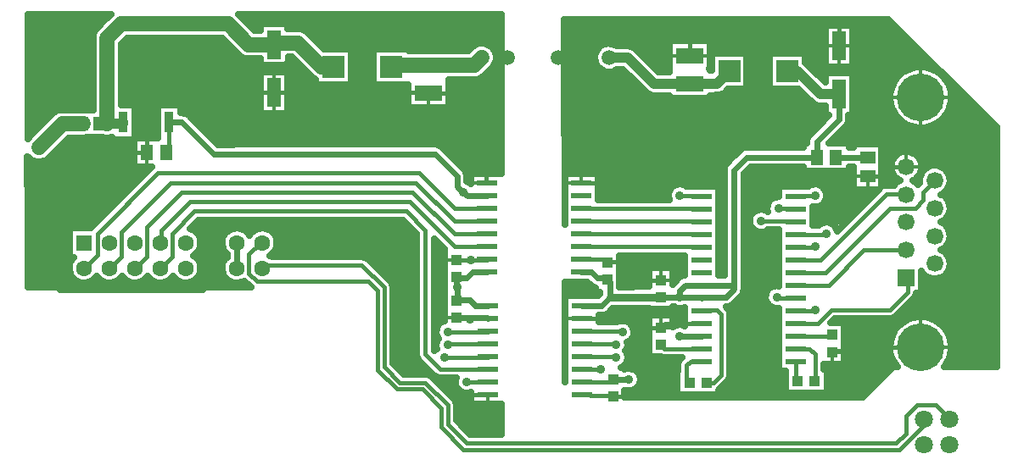
<source format=gtl>
G04 DipTrace 2.4.0.2*
%INDaughter-IsolatedRS2321.1.GTL*%
%MOMM*%
%ADD13C,0.4*%
%ADD14C,0.6*%
%ADD15C,1.0*%
%ADD16C,1.5*%
%ADD17C,0.8*%
%ADD18C,0.635*%
%ADD19C,0.33*%
%ADD20R,2.7X1.6*%
%ADD21R,1.4X2.85*%
%ADD22R,1.0X1.1*%
%ADD23R,1.3X1.5*%
%ADD24R,1.1X1.0*%
%ADD25R,1.69X1.69*%
%ADD26C,1.69*%
%ADD27C,4.76*%
%ADD28C,1.6*%
%ADD29R,1.6X1.6*%
%ADD30R,1.0X1.35*%
%ADD31R,2.2X2.2*%
%ADD32R,1.5X1.3*%
%ADD34R,0.95X2.15*%
%ADD35R,3.25X2.15*%
%ADD36R,2.0X0.6*%
%ADD37C,1.8*%
%ADD38C,0.914*%
%FSLAX53Y53*%
G04*
G71*
G90*
G75*
G01*
%LNTop*%
%LPD*%
X15083Y30960D2*
D13*
X15396D1*
Y33976D1*
X47200Y15670D2*
D14*
X45925D1*
X45403Y16192D1*
X44105D1*
X44059Y16146D1*
X44133D1*
Y17463D1*
X44059D1*
Y18527D1*
X47137Y19004D2*
X45674D1*
X45085Y18415D1*
X44171D1*
X44059Y18527D1*
X47137Y26624D2*
X45131D1*
X44768Y26988D1*
X44690D1*
X44133Y27545D1*
Y28583D1*
X41914Y30801D1*
X19846D1*
X16671Y33976D1*
X15396D1*
X47200Y8050D2*
D13*
X45085D1*
X13096Y33976D2*
Y39776D1*
X13183Y30960D2*
Y33976D1*
X13096D1*
X19600Y21930D2*
Y18012D1*
X18732Y17145D1*
X4445D1*
X2857Y18732D1*
Y28257D1*
X5560Y30960D1*
X13183D1*
X44059Y20227D2*
X45525D1*
X47090D1*
X47137Y20274D1*
X44059Y14446D2*
D14*
X45403D1*
X47154D1*
X47200Y14400D1*
Y6780D2*
D13*
X45197D1*
X45085Y6667D1*
X45403Y14287D2*
Y14446D1*
X46990Y29210D2*
Y28041D1*
X47137Y27894D1*
X49139Y40435D2*
X48260D1*
Y36892D1*
Y35242D1*
X47784Y34766D1*
X47625Y34607D1*
X46766D1*
Y29434D1*
X46990Y29210D1*
X13096Y39776D2*
X18250D1*
X18650D1*
X21433Y36993D1*
X25838D1*
X25879Y36952D1*
X41219D1*
X41279Y36892D1*
X48260D1*
X19050Y39370D2*
X18250Y39776D1*
X47625Y34290D2*
X47784Y34766D1*
X56537Y20274D2*
X58826D1*
X59140Y19960D1*
X56600Y6780D2*
X57355D1*
X57467Y6668D1*
X59803D1*
X59690Y6555D1*
X62547D1*
Y6509D1*
X84297D1*
X84455Y6667D1*
Y10795D1*
X84138Y11112D1*
X81653D1*
X81560Y11020D1*
X68540Y13900D2*
X64905D1*
X64453Y13447D1*
Y18210D2*
X63070D1*
X62075Y19205D1*
X61278Y20003D1*
X59183D1*
X59140Y19960D1*
X64453Y13447D2*
X62977D1*
X62547Y13018D1*
Y6555D1*
X90390Y11505D2*
X84530D1*
X84138Y11112D1*
X56600Y14400D2*
X58315D1*
X85099Y28583D2*
X86374D1*
X87331Y29540D1*
X88970D1*
X67317Y40644D2*
Y42391D1*
X67153Y42555D1*
X66682Y43026D1*
X66040D1*
X63500D1*
X60960D1*
X58420D1*
X57950D1*
X55410Y40486D1*
X54269D1*
X54219Y40435D1*
X82241Y41597D2*
Y43820D1*
X68417D1*
X67153Y42555D1*
X56537Y27894D2*
X59330D1*
X59538Y28102D1*
Y34294D1*
X56203Y37628D1*
Y41050D1*
X55410Y40486D1*
X58420Y43180D2*
Y43026D1*
X60960Y43180D2*
Y43026D1*
X63500Y43180D2*
Y43026D1*
X66040Y43180D2*
Y43026D1*
X8327Y33817D2*
D15*
X9208D1*
X10796D1*
Y33976D1*
X31753Y39533D2*
D16*
X30642D1*
X28260Y41914D1*
X26038D1*
X25879Y41756D1*
X23339D1*
X21275Y43820D1*
X10637D1*
X9208Y42391D1*
Y33817D1*
X59299Y40435D2*
D15*
X61176D1*
X63766Y37844D1*
X67317D1*
X70073D1*
X71286Y39057D1*
X81924Y30483D2*
D14*
X85099D1*
X41279Y39692D2*
D16*
X45856D1*
X46599Y40435D1*
X41279Y39692D2*
X37712D1*
X37553Y39533D1*
X77940Y16440D2*
D13*
X76121D1*
X76049Y16512D1*
X77940Y13900D2*
X80106D1*
X81447Y15242D1*
X87322D1*
X89068Y16988D1*
Y18362D1*
X88970Y18460D1*
X77940Y15170D2*
X79788D1*
X79860Y15242D1*
X77940Y20250D2*
X80423D1*
X87004Y26832D1*
X88908D1*
X88970Y26770D1*
X77940Y18980D2*
X80899D1*
X87322Y25403D1*
X89862D1*
X90656Y26197D1*
Y27001D1*
X91810Y28155D1*
X77940Y21520D2*
X79787D1*
X79860Y21592D1*
X77940Y17710D2*
X81210D1*
X84730Y21230D1*
X88970D1*
X77940Y22790D2*
X80899D1*
X80971Y22862D1*
X22140Y21930D2*
D14*
Y19390D1*
X4766Y33817D2*
D16*
X6827D1*
X4766D2*
X2382Y31436D1*
X90730Y4270D2*
D13*
Y3735D1*
X88265Y1270D1*
X44768D1*
X42545Y3492D1*
Y5398D1*
X40640Y7302D1*
X38100D1*
X36195Y9208D1*
Y17145D1*
X35241Y18099D1*
X24133D1*
X23339Y18893D1*
Y20798D1*
X24470Y21930D1*
X24680D1*
X93270Y4270D2*
Y4372D1*
X91926Y5715D1*
X90020D1*
X88909Y4604D1*
Y2867D1*
X87947Y1905D1*
X45085D1*
X43180Y3810D1*
Y5715D1*
X40958Y7938D1*
X38417D1*
X36830Y9525D1*
Y17463D1*
X34607Y19685D1*
X24385D1*
X24680Y19390D1*
X47200Y13130D2*
Y13018D1*
X43180D1*
X47137Y25354D2*
X43861D1*
X40322Y28893D1*
X14286D1*
X8256Y22862D1*
Y20746D1*
X6900Y19390D1*
X47200Y11860D2*
X43292D1*
X43180Y11748D1*
X47137Y24084D2*
X43861D1*
X40005Y27940D1*
X15556D1*
X10637Y23021D1*
Y20587D1*
X9440Y19390D1*
X47200Y10590D2*
Y10477D1*
X42863D1*
X47137Y22814D2*
X43861D1*
X39688Y26988D1*
X16668D1*
X13178Y23497D1*
Y20588D1*
X11980Y19390D1*
X47137Y21544D2*
X43861D1*
X39370Y26035D1*
X17462D1*
X14607Y23180D1*
Y21843D1*
X14520Y21930D1*
X47200Y9320D2*
X42432D1*
X40958Y10795D1*
Y23177D1*
X39053Y25082D1*
X17938D1*
X15718Y22862D1*
Y20588D1*
X14520Y19390D1*
X77940Y11360D2*
X79296D1*
X79860Y10796D1*
Y8097D1*
X79813D1*
X69017Y7938D2*
X69698D1*
X70492Y8732D1*
Y14765D1*
X70018Y15240D1*
X68610D1*
X68540Y15170D1*
X77940Y10090D2*
Y8270D1*
X78113Y8097D1*
X68540Y10090D2*
X67405D1*
X67000Y9685D1*
Y7938D1*
X67317D1*
X68540Y11360D2*
X64840D1*
X64453Y11748D1*
X77940Y12630D2*
X81470D1*
X81560Y12720D1*
X56537Y21544D2*
X68516D1*
X68540Y21520D1*
X56537Y22814D2*
X68516D1*
X68540Y22790D1*
X56537Y24084D2*
X68516D1*
X68540Y24060D1*
X56537Y25354D2*
X68516D1*
X68540Y25330D1*
X56600Y9320D2*
X58426D1*
X66358Y26670D2*
X68470D1*
X68540Y26600D1*
X56600Y10590D2*
X59895D1*
X60008Y10477D1*
X79857Y26670D2*
X77870D1*
X77940Y26600D1*
X56600Y11860D2*
X59895D1*
X60008Y11748D1*
X76208Y25400D2*
X77870D1*
X77940Y25330D1*
X56600Y13130D2*
X60530D1*
X60643Y13018D1*
X74462Y24133D2*
X77867D1*
X77940Y24060D1*
X56537Y19004D2*
D14*
X57514D1*
X58102Y18415D1*
X58985D1*
X59140Y18260D1*
X56600Y15670D2*
X58584D1*
X59373Y16459D1*
Y18027D1*
X59140Y18260D1*
X56600Y8050D2*
D13*
X59485D1*
X59690Y8255D1*
X68540Y12630D2*
D14*
X66358D1*
Y16510D2*
X68470D1*
X68540Y16440D1*
Y17710D2*
X66922D1*
X66358Y17145D1*
Y16510D1*
X64453D2*
X66358D1*
X64453D2*
D17*
X59373Y16459D1*
X59690Y8255D2*
D14*
X61278D1*
X77086Y39057D2*
D15*
X78113D1*
X80377Y36793D1*
X82241D1*
D14*
X81406D1*
X81289Y36675D1*
X82241D1*
Y34294D1*
X80018Y32071D1*
Y30488D1*
X80024Y30483D1*
X73033D1*
X71763Y29213D1*
Y17710D1*
Y17306D1*
X70969Y16512D1*
X68468D1*
X68540Y17710D2*
X71763D1*
D38*
X44133Y17463D3*
X44768Y26988D3*
X45085Y8050D3*
X44133Y17463D3*
X45085Y6667D3*
X45403Y14287D3*
X45525Y20227D3*
X46990Y29210D3*
D3*
X62075Y19205D3*
X58315Y14400D3*
X76049Y16512D3*
X79860Y15242D3*
Y21592D3*
X80971Y22862D3*
X4766Y33817D3*
D3*
X43180Y13018D3*
Y11748D3*
X42863Y10477D3*
X58426Y9320D3*
X66358Y26670D3*
X60008Y10477D3*
X79857Y26670D3*
X60008Y11748D3*
X76208Y25400D3*
X60643Y13018D3*
X74462Y24133D3*
X66358Y12630D3*
Y16510D3*
D3*
D3*
X61278Y8255D3*
X66358Y12630D3*
X2382Y31436D3*
X3652Y32706D3*
X19050Y40640D3*
Y39370D3*
Y38100D3*
Y36830D3*
Y35560D3*
Y34290D3*
X17780Y40640D3*
X16510D3*
X11430Y41910D3*
X12700D3*
X13970D3*
X15240D3*
X2540Y34290D3*
Y36830D3*
Y39370D3*
Y41910D3*
X4445Y21590D3*
Y24765D3*
Y27940D3*
X46990Y43815D3*
X44450D3*
X41910D3*
X39370D3*
X36830D3*
X34290D3*
X31750D3*
X29210D3*
X47625Y34290D3*
X45085D3*
X41910D3*
X38735D3*
X35560D3*
X32385D3*
X55880Y43180D3*
X58420D3*
X60960D3*
X63500D3*
X66040D3*
X68580D3*
X71120D3*
X73660D3*
X76200D3*
X78740D3*
X85090D3*
X87630D3*
X55880Y38100D3*
Y35560D3*
Y33020D3*
Y30480D3*
X72390Y7620D3*
X74930D3*
X83820D3*
X1334Y44136D2*
D18*
X8881D1*
X23038D2*
X48519D1*
X1334Y43504D2*
X8246D1*
X23663D2*
X24439D1*
X27314D2*
X48519D1*
X1334Y42872D2*
X7810D1*
X29378D2*
X48519D1*
X1334Y42241D2*
X7720D1*
X11131D2*
X20777D1*
X30013D2*
X48519D1*
X1334Y41609D2*
X7720D1*
X10695D2*
X21412D1*
X30638D2*
X45731D1*
X47465D2*
X48519D1*
X1334Y40977D2*
X7720D1*
X10695D2*
X22037D1*
X33585D2*
X35720D1*
X47981D2*
X48519D1*
X1334Y40346D2*
X7720D1*
X10695D2*
X23089D1*
X27314D2*
X27752D1*
X33585D2*
X35720D1*
X48080D2*
X48519D1*
X1334Y39714D2*
X7720D1*
X10695D2*
X24439D1*
X27314D2*
X28387D1*
X33585D2*
X35720D1*
X47892D2*
X48519D1*
X1334Y39082D2*
X7720D1*
X10695D2*
X29013D1*
X33585D2*
X35720D1*
X47326D2*
X48519D1*
X1334Y38451D2*
X7720D1*
X10695D2*
X24439D1*
X27314D2*
X29657D1*
X33585D2*
X35720D1*
X46612D2*
X48519D1*
X1334Y37819D2*
X7720D1*
X10695D2*
X24439D1*
X27314D2*
X29915D1*
X33585D2*
X35720D1*
X43368D2*
X48519D1*
X1334Y37187D2*
X7720D1*
X10695D2*
X24439D1*
X27314D2*
X39192D1*
X43368D2*
X48519D1*
X1334Y36556D2*
X7720D1*
X10695D2*
X24439D1*
X27314D2*
X39192D1*
X43368D2*
X48519D1*
X1334Y35924D2*
X7720D1*
X10695D2*
X24439D1*
X27314D2*
X39192D1*
X43368D2*
X48519D1*
X1334Y35292D2*
X7720D1*
X12004D2*
X14189D1*
X16608D2*
X24439D1*
X27314D2*
X48519D1*
X1334Y34661D2*
X3533D1*
X12004D2*
X14189D1*
X17422D2*
X48519D1*
X1334Y34029D2*
X2898D1*
X12034D2*
X14189D1*
X18057D2*
X48519D1*
X1334Y33397D2*
X2273D1*
X12004D2*
X14189D1*
X18692D2*
X48519D1*
X12004Y32766D2*
X14189D1*
X19317D2*
X48519D1*
X5158Y32134D2*
X11798D1*
X19952D2*
X48519D1*
X4523Y31502D2*
X11798D1*
X42653D2*
X48519D1*
X3888Y30871D2*
X11798D1*
X43288D2*
X48519D1*
X3214Y30239D2*
X11798D1*
X43913D2*
X48519D1*
X1334Y29607D2*
X11798D1*
X44548D2*
X48519D1*
X1334Y28976D2*
X13068D1*
X45084D2*
X48519D1*
X1334Y28344D2*
X12443D1*
X1334Y27712D2*
X11808D1*
X1334Y27081D2*
X11173D1*
X1334Y26449D2*
X10548D1*
X1334Y25817D2*
X9913D1*
X1334Y25186D2*
X9278D1*
X1334Y24554D2*
X8653D1*
X1334Y23922D2*
X8018D1*
X18077D2*
X38915D1*
X1334Y23291D2*
X5369D1*
X17690D2*
X21512D1*
X22770D2*
X24052D1*
X25310D2*
X39550D1*
X1334Y22659D2*
X5369D1*
X18404D2*
X20797D1*
X26024D2*
X40026D1*
X1334Y22027D2*
X5369D1*
X18593D2*
X20609D1*
X26213D2*
X40026D1*
X1334Y21396D2*
X5369D1*
X18493D2*
X20708D1*
X26113D2*
X40026D1*
X41889D2*
X42715D1*
X1334Y20764D2*
X5369D1*
X18027D2*
X21105D1*
X25647D2*
X40026D1*
X41889D2*
X42824D1*
X1334Y20132D2*
X5567D1*
X18394D2*
X20807D1*
X35460D2*
X40026D1*
X41889D2*
X42824D1*
X1334Y19501D2*
X5369D1*
X18593D2*
X20609D1*
X36085D2*
X40026D1*
X41889D2*
X42824D1*
X1334Y18869D2*
X5458D1*
X18503D2*
X20698D1*
X36720D2*
X40026D1*
X41889D2*
X42824D1*
X1334Y18237D2*
X5924D1*
X7877D2*
X8464D1*
X10417D2*
X11004D1*
X12957D2*
X13544D1*
X15497D2*
X16084D1*
X18037D2*
X21164D1*
X37355D2*
X40026D1*
X41889D2*
X42824D1*
X1334Y17606D2*
X23327D1*
X37752D2*
X40026D1*
X41889D2*
X42824D1*
X37762Y16974D2*
X40026D1*
X41889D2*
X42824D1*
X37762Y16342D2*
X40026D1*
X41889D2*
X42824D1*
X37762Y15711D2*
X40026D1*
X41889D2*
X42824D1*
X37762Y15079D2*
X40026D1*
X41889D2*
X42824D1*
X37762Y14447D2*
X40026D1*
X41889D2*
X42824D1*
X37762Y13816D2*
X40026D1*
X41889D2*
X42318D1*
X37762Y13184D2*
X40026D1*
X37762Y12552D2*
X40026D1*
X37762Y11921D2*
X40026D1*
X37762Y11289D2*
X40026D1*
X37762Y10657D2*
X40036D1*
X37762Y10026D2*
X40433D1*
X38258Y9394D2*
X41058D1*
X41304Y8762D2*
X41693D1*
X42058Y8131D2*
X43895D1*
X42693Y7499D2*
X44034D1*
X43328Y6867D2*
X45463D1*
X43943Y6236D2*
X45463D1*
X44112Y5604D2*
X48519D1*
X44112Y4972D2*
X48519D1*
X44112Y4341D2*
X48519D1*
X44578Y3709D2*
X48519D1*
X45213Y3077D2*
X48519D1*
X39326Y41165D2*
X43302D1*
Y41115D1*
X45258D1*
X45593Y41441D1*
X45840Y41639D1*
X46126Y41777D1*
X46434Y41848D1*
X46751Y41850D1*
X47060Y41781D1*
X47347Y41646D1*
X47596Y41450D1*
X47796Y41204D1*
X47937Y40920D1*
X48011Y40612D1*
X48015Y40295D1*
X47949Y39985D1*
X47816Y39698D1*
X47605Y39429D1*
X46862Y38686D1*
X46614Y38488D1*
X46329Y38350D1*
X46010Y38278D1*
X44903Y38269D1*
X43306D1*
X43302Y35419D1*
X39256D1*
Y37762D1*
X35780Y37760D1*
Y41306D1*
X39326D1*
Y41157D1*
X14078Y32383D2*
X14247D1*
X14248Y35724D1*
X16544D1*
Y34940D1*
X16671Y34949D1*
X16982Y34898D1*
X17268Y34742D1*
X17807Y34215D1*
X20256Y31766D1*
X23656Y31774D1*
X41914D1*
X42226Y31722D1*
X42512Y31566D1*
X43051Y31040D1*
X44820Y29271D1*
X45005Y29014D1*
X45097Y28701D1*
X45105Y28057D1*
X45430Y27903D1*
X45466Y27868D1*
X45464Y28867D1*
X48578D1*
X48577Y44767D1*
X22334D1*
X23930Y43177D1*
X24500Y43179D1*
X24506Y43854D1*
X27252D1*
Y43328D1*
X28260Y43337D1*
X28575Y43302D1*
X28875Y43198D1*
X29150Y43023D1*
X29940Y42247D1*
X30887Y41300D1*
X33526Y41306D1*
Y37760D1*
X29980D1*
Y38266D1*
X29636Y38527D1*
X27664Y40498D1*
X27258Y40492D1*
X27252Y39658D1*
X24506D1*
Y40342D1*
X23339Y40333D1*
X23024Y40368D1*
X22725Y40472D1*
X22449Y40647D1*
X21659Y41423D1*
X20684Y42398D1*
X11224Y42397D1*
X10626Y41796D1*
X10631Y37311D1*
Y35733D1*
X11944Y35724D1*
X11953Y34167D1*
X11969Y33817D1*
X11944Y33501D1*
Y32380D1*
X14210Y32383D1*
X13698Y29537D2*
X11860D1*
Y32230D1*
X9648Y32228D1*
Y32456D1*
X9221Y32394D1*
X8906Y32427D1*
X8784Y32468D1*
X7276Y32469D1*
X6852Y32395D1*
X5349Y32394D1*
X3387Y30429D1*
X3139Y30231D1*
X2854Y30094D1*
X2545Y30022D1*
X2228Y30021D1*
X1919Y30090D1*
X1633Y30226D1*
X1384Y30421D1*
X1265Y30567D1*
X1270Y24447D1*
Y17463D1*
X23545D1*
X22877Y18121D1*
X22543Y17973D1*
X22231Y17920D1*
X21915Y17934D1*
X21608Y18016D1*
X21327Y18162D1*
X21083Y18364D1*
X20888Y18614D1*
X20751Y18900D1*
X20678Y19208D1*
X20673Y19525D1*
X20736Y19836D1*
X20864Y20126D1*
X21051Y20382D1*
X21162Y20480D1*
X21167Y20829D1*
X20888Y21154D1*
X20751Y21440D1*
X20678Y21748D1*
X20673Y22065D1*
X20736Y22376D1*
X20864Y22666D1*
X21051Y22922D1*
X21288Y23132D1*
X21565Y23286D1*
X21868Y23378D1*
X22184Y23402D1*
X22498Y23359D1*
X22795Y23249D1*
X23062Y23078D1*
X23287Y22855D1*
X23410Y22663D1*
X23591Y22922D1*
X23828Y23132D1*
X24105Y23286D1*
X24408Y23378D1*
X24724Y23402D1*
X25038Y23359D1*
X25335Y23249D1*
X25602Y23078D1*
X25827Y22855D1*
X25998Y22588D1*
X26108Y22291D1*
X26153Y21930D1*
X26119Y21615D1*
X26018Y21314D1*
X25856Y21043D1*
X25638Y20812D1*
X25418Y20660D1*
X25655Y20558D1*
X34607D1*
X34918Y20501D1*
X35225Y20302D1*
X37447Y18080D1*
X37626Y17820D1*
X37703Y17463D1*
Y9892D1*
X38773Y8816D1*
X40958Y8810D1*
X41268Y8753D1*
X41575Y8555D1*
X43797Y6332D1*
X43976Y6072D1*
X44053Y5715D1*
Y4177D1*
X45446Y2779D1*
X48587Y2778D1*
X48577Y3810D1*
Y5804D1*
X45527Y5807D1*
Y7012D1*
X45271Y6936D1*
X44955Y6928D1*
X44649Y7008D1*
X44377Y7169D1*
X44161Y7400D1*
X44017Y7682D1*
X43957Y7993D1*
X43985Y8308D1*
X44025Y8447D1*
X42432D1*
X42122Y8504D1*
X41815Y8703D1*
X40340Y10178D1*
X40161Y10438D1*
X40085Y10795D1*
Y22810D1*
X38692Y24209D1*
X18306Y24210D1*
X17440Y23350D1*
X17715Y23249D1*
X17982Y23078D1*
X18207Y22855D1*
X18378Y22588D1*
X18488Y22291D1*
X18533Y21930D1*
X18499Y21615D1*
X18398Y21314D1*
X18236Y21043D1*
X18018Y20812D1*
X17798Y20660D1*
X17982Y20538D1*
X18207Y20315D1*
X18378Y20048D1*
X18488Y19751D1*
X18533Y19390D1*
X18499Y19075D1*
X18398Y18774D1*
X18236Y18503D1*
X18018Y18272D1*
X17757Y18092D1*
X17463Y17973D1*
X17151Y17920D1*
X16835Y17934D1*
X16528Y18016D1*
X16247Y18162D1*
X16003Y18364D1*
X15795Y18641D1*
X15478Y18272D1*
X15217Y18092D1*
X14923Y17973D1*
X14611Y17920D1*
X14295Y17934D1*
X13988Y18016D1*
X13707Y18162D1*
X13463Y18364D1*
X13255Y18641D1*
X12938Y18272D1*
X12677Y18092D1*
X12383Y17973D1*
X12071Y17920D1*
X11755Y17934D1*
X11448Y18016D1*
X11167Y18162D1*
X10923Y18364D1*
X10715Y18641D1*
X10398Y18272D1*
X10137Y18092D1*
X9843Y17973D1*
X9531Y17920D1*
X9215Y17934D1*
X8908Y18016D1*
X8627Y18162D1*
X8383Y18364D1*
X8175Y18641D1*
X7858Y18272D1*
X7597Y18092D1*
X7303Y17973D1*
X6991Y17920D1*
X6675Y17934D1*
X6368Y18016D1*
X6087Y18162D1*
X5843Y18364D1*
X5648Y18614D1*
X5511Y18900D1*
X5438Y19208D1*
X5433Y19525D1*
X5496Y19836D1*
X5624Y20126D1*
X5811Y20382D1*
X5892Y20454D1*
X5427Y20457D1*
Y23403D1*
X7580D1*
X7863Y23704D1*
X13677Y29515D1*
X42890Y14923D2*
X42886Y17369D1*
Y19750D1*
Y21285D1*
X41834Y22337D1*
X41830Y11162D1*
X42125Y11323D1*
X42052Y11690D1*
X42080Y12006D1*
X42195Y12300D1*
X42249Y12371D1*
X42112Y12650D1*
X42052Y12960D1*
X42080Y13276D1*
X42195Y13570D1*
X42387Y13822D1*
X42641Y14010D1*
X42886Y14112D1*
X42888Y15669D1*
X24570Y39050D2*
X27252D1*
Y34854D1*
X24506D1*
Y39050D1*
X24570D1*
X7291Y35165D2*
X7787D1*
X7786Y42391D1*
X7821Y42706D1*
X7925Y43005D1*
X8100Y43281D1*
X8876Y44070D1*
X9572Y44767D1*
X1270Y44768D1*
Y32316D1*
X1601Y32667D1*
X3761Y34824D1*
X4008Y35022D1*
X4294Y35159D1*
X4741Y35240D1*
X6827D1*
X7142Y35205D1*
X7263Y35163D1*
X7779Y35165D1*
X41279Y36892D2*
D19*
Y35420D1*
X39258Y36892D2*
X43301D1*
X13183Y32382D2*
Y29538D1*
X11861Y30960D2*
X13183D1*
X42887Y14446D2*
X44059D1*
X42887Y20227D2*
X44059D1*
X25879Y39048D2*
Y34855D1*
X24507Y36952D2*
X27251D1*
X47137Y28866D2*
Y27894D1*
X45465D2*
X47137D1*
X47200Y6780D2*
Y5808D1*
X45528Y6780D2*
X47200D1*
X54837Y43660D2*
D18*
X80805D1*
X83680D2*
X87750D1*
X54837Y43028D2*
X80805D1*
X83680D2*
X88385D1*
X54837Y42396D2*
X80805D1*
X83680D2*
X89010D1*
X54847Y41765D2*
X58729D1*
X59868D2*
X65227D1*
X69403D2*
X80805D1*
X83680D2*
X89645D1*
X54847Y41133D2*
X57994D1*
X62199D2*
X65227D1*
X69403D2*
X80805D1*
X83680D2*
X90280D1*
X54847Y40501D2*
X57816D1*
X62834D2*
X65227D1*
X73123D2*
X75248D1*
X78918D2*
X80805D1*
X83680D2*
X90905D1*
X54857Y39870D2*
X57935D1*
X63459D2*
X65227D1*
X73123D2*
X75248D1*
X79027D2*
X80805D1*
X83680D2*
X91540D1*
X54857Y39238D2*
X58471D1*
X60135D2*
X60653D1*
X64094D2*
X65227D1*
X73123D2*
X75248D1*
X79652D2*
X88990D1*
X91796D2*
X92175D1*
X54857Y38606D2*
X61278D1*
X73123D2*
X75248D1*
X80287D2*
X80805D1*
X83680D2*
X88117D1*
X54857Y37975D2*
X61913D1*
X73123D2*
X75248D1*
X83680D2*
X87661D1*
X54867Y37343D2*
X62548D1*
X73123D2*
X75248D1*
X83680D2*
X87393D1*
X93384D2*
X94070D1*
X54867Y36711D2*
X63402D1*
X70434D2*
X78741D1*
X83680D2*
X87284D1*
X93503D2*
X94705D1*
X54867Y36080D2*
X79366D1*
X83680D2*
X87304D1*
X93473D2*
X95330D1*
X54867Y35448D2*
X80805D1*
X83680D2*
X87462D1*
X93324D2*
X95965D1*
X54877Y34816D2*
X80805D1*
X83680D2*
X87780D1*
X93007D2*
X96600D1*
X54877Y34185D2*
X80696D1*
X83273D2*
X88335D1*
X92451D2*
X97235D1*
X54877Y33553D2*
X80061D1*
X82936D2*
X89516D1*
X91270D2*
X97870D1*
X54887Y32921D2*
X79426D1*
X82311D2*
X97900D1*
X54887Y32290D2*
X79009D1*
X81676D2*
X97900D1*
X54887Y31658D2*
X78642D1*
X86587D2*
X97900D1*
X54887Y31026D2*
X72133D1*
X86587D2*
X88603D1*
X89336D2*
X97900D1*
X54897Y30395D2*
X71508D1*
X86587D2*
X87651D1*
X90288D2*
X97900D1*
X54897Y29763D2*
X70893D1*
X86587D2*
X87403D1*
X90536D2*
X97900D1*
X54897Y29131D2*
X70724D1*
X73123D2*
X78642D1*
X86587D2*
X87442D1*
X93036D2*
X97900D1*
X58270Y28500D2*
X70724D1*
X72796D2*
X83613D1*
X86587D2*
X87800D1*
X93354D2*
X97900D1*
X58270Y27868D2*
X70724D1*
X72796D2*
X83613D1*
X86587D2*
X87859D1*
X93364D2*
X97900D1*
X58270Y27236D2*
X65317D1*
X70276D2*
X70724D1*
X72796D2*
X76201D1*
X80902D2*
X86113D1*
X93086D2*
X97900D1*
X58270Y26605D2*
X65168D1*
X70276D2*
X70724D1*
X72796D2*
X76201D1*
X81051D2*
X85478D1*
X92778D2*
X97900D1*
X70276Y25973D2*
X70724D1*
X72796D2*
X75169D1*
X80813D2*
X84853D1*
X93275D2*
X97900D1*
X70276Y25341D2*
X70724D1*
X72796D2*
X75020D1*
X79672D2*
X84218D1*
X93394D2*
X97900D1*
X70276Y24710D2*
X70724D1*
X72796D2*
X73423D1*
X79672D2*
X83583D1*
X93235D2*
X97900D1*
X70276Y24078D2*
X70724D1*
X72796D2*
X73274D1*
X79672D2*
X82958D1*
X92649D2*
X97900D1*
X70276Y23446D2*
X70724D1*
X72796D2*
X73502D1*
X93146D2*
X97900D1*
X70276Y22815D2*
X70724D1*
X72796D2*
X76201D1*
X93374D2*
X97900D1*
X70276Y22183D2*
X70724D1*
X72796D2*
X76201D1*
X93324D2*
X97900D1*
X70276Y21551D2*
X70724D1*
X72796D2*
X76201D1*
X92957D2*
X97900D1*
X70276Y20920D2*
X70724D1*
X72796D2*
X76201D1*
X92947D2*
X97900D1*
X60374Y20288D2*
X66805D1*
X70276D2*
X70724D1*
X72796D2*
X76201D1*
X93324D2*
X97900D1*
X60374Y19656D2*
X66805D1*
X70276D2*
X70724D1*
X72796D2*
X76201D1*
X93384D2*
X97900D1*
X60374Y19025D2*
X63213D1*
X65692D2*
X66805D1*
X70276D2*
X70724D1*
X72796D2*
X76201D1*
X93146D2*
X97900D1*
X60374Y18393D2*
X63213D1*
X65692D2*
X66170D1*
X72796D2*
X76201D1*
X90556D2*
X91302D1*
X92312D2*
X97900D1*
X54946Y17761D2*
X57320D1*
X60413D2*
X63213D1*
X72796D2*
X76201D1*
X90556D2*
X97900D1*
X54946Y17130D2*
X57905D1*
X72786D2*
X75040D1*
X90556D2*
X97900D1*
X72389Y16498D2*
X74852D1*
X89851D2*
X97900D1*
X71764Y15866D2*
X75060D1*
X89246D2*
X97900D1*
X59590Y15235D2*
X66805D1*
X71288D2*
X76201D1*
X88611D2*
X97900D1*
X58340Y14603D2*
X63213D1*
X65692D2*
X66805D1*
X71427D2*
X76201D1*
X87976D2*
X97900D1*
X61316Y13971D2*
X63213D1*
X65692D2*
X66805D1*
X71427D2*
X76201D1*
X81477D2*
X88524D1*
X92253D2*
X97900D1*
X61792Y13340D2*
X63213D1*
X71427D2*
X76201D1*
X82797D2*
X87889D1*
X92898D2*
X97900D1*
X61792Y12708D2*
X63213D1*
X71427D2*
X76201D1*
X82797D2*
X87522D1*
X93255D2*
X97900D1*
X61326Y12076D2*
X63213D1*
X71427D2*
X76201D1*
X82797D2*
X87323D1*
X93453D2*
X97900D1*
X61157Y11445D2*
X63213D1*
X71427D2*
X76201D1*
X82797D2*
X87274D1*
X93503D2*
X97900D1*
X61148Y10813D2*
X63213D1*
X71427D2*
X76201D1*
X82797D2*
X87353D1*
X93423D2*
X97900D1*
X61157Y10181D2*
X66220D1*
X71427D2*
X76201D1*
X82797D2*
X87571D1*
X93205D2*
X97900D1*
X60711Y9550D2*
X66061D1*
X71427D2*
X76201D1*
X80793D2*
X87978D1*
X92798D2*
X97900D1*
X62259Y8918D2*
X66031D1*
X71427D2*
X76826D1*
X81100D2*
X86996D1*
X62467Y8286D2*
X66031D1*
X71308D2*
X76826D1*
X81100D2*
X86361D1*
X62298Y7655D2*
X66031D1*
X70712D2*
X76826D1*
X81100D2*
X85736D1*
X60929Y7023D2*
X66031D1*
X70305D2*
X76826D1*
X81100D2*
X85101D1*
X69333Y39317D2*
X69340Y39171D1*
X69513Y39189D1*
Y40830D1*
X73059D1*
Y37284D1*
X71164D1*
X70903Y37015D1*
X70651Y36823D1*
X70265Y36687D1*
X69438Y36671D1*
X69349D1*
X69340Y36371D1*
X65294D1*
Y36679D1*
X63766Y36671D1*
X63453Y36714D1*
X63084Y36891D1*
X62488Y37464D1*
X60685Y39267D1*
X60094Y39262D1*
X59924Y39157D1*
X59626Y39050D1*
X59312Y39012D1*
X58996Y39045D1*
X58696Y39146D1*
X58426Y39311D1*
X58199Y39532D1*
X58027Y39798D1*
X57917Y40096D1*
X57876Y40410D1*
X57906Y40725D1*
X58005Y41026D1*
X58168Y41298D1*
X58387Y41527D1*
X58651Y41702D1*
X58947Y41814D1*
X59261Y41857D1*
X59577Y41831D1*
X59879Y41734D1*
X60092Y41609D1*
X61176Y41608D1*
X61489Y41565D1*
X61859Y41389D1*
X62454Y40815D1*
X64257Y39012D1*
X65304Y39017D1*
X65294Y39870D1*
Y42117D1*
X69340D1*
Y39171D1*
X81186Y38891D2*
X83614D1*
Y34695D1*
X83207D1*
X83214Y34294D1*
X83163Y33982D1*
X83007Y33696D1*
X82480Y33157D1*
X81236Y31906D1*
X83246D1*
Y31460D1*
X83680Y31456D1*
X83676Y31806D1*
X86522D1*
X86512Y29160D1*
X86522Y28953D1*
Y27558D1*
X86647Y27628D1*
X87004Y27704D1*
X87768D1*
X87949Y27893D1*
X88204Y28080D1*
X88357Y28150D1*
X88056Y28328D1*
X87824Y28545D1*
X87642Y28804D1*
X87518Y29096D1*
X87458Y29407D1*
X87463Y29724D1*
X87534Y30033D1*
X87668Y30320D1*
X87858Y30574D1*
X88097Y30782D1*
X88374Y30936D1*
X88677Y31029D1*
X88993Y31058D1*
X89307Y31020D1*
X89607Y30918D1*
X89879Y30755D1*
X90112Y30540D1*
X90295Y30281D1*
X90420Y29990D1*
X90482Y29679D1*
X90476Y29350D1*
X90404Y29041D1*
X90269Y28755D1*
X90078Y28502D1*
X89838Y28295D1*
X89591Y28155D1*
X89978Y27905D1*
X90145Y27722D1*
X90312Y27892D1*
X90292Y28149D1*
X90324Y28464D1*
X90421Y28766D1*
X90578Y29041D1*
X90789Y29278D1*
X91044Y29465D1*
X91333Y29596D1*
X91642Y29664D1*
X91959Y29666D1*
X92270Y29602D1*
X92560Y29475D1*
X92818Y29290D1*
X93031Y29056D1*
X93192Y28783D1*
X93292Y28482D1*
X93328Y28155D1*
X93295Y27840D1*
X93197Y27538D1*
X93039Y27264D1*
X92827Y27028D1*
X92571Y26841D1*
X92417Y26773D1*
X92560Y26705D1*
X92818Y26520D1*
X93031Y26286D1*
X93192Y26013D1*
X93292Y25712D1*
X93328Y25385D1*
X93295Y25070D1*
X93197Y24768D1*
X93039Y24494D1*
X92827Y24258D1*
X92571Y24071D1*
X92417Y24003D1*
X92560Y23935D1*
X92818Y23750D1*
X93031Y23516D1*
X93192Y23243D1*
X93292Y22942D1*
X93328Y22615D1*
X93295Y22300D1*
X93197Y21998D1*
X93039Y21724D1*
X92827Y21488D1*
X92571Y21301D1*
X92417Y21233D1*
X92560Y21165D1*
X92818Y20980D1*
X93031Y20746D1*
X93192Y20473D1*
X93292Y20172D1*
X93328Y19845D1*
X93295Y19530D1*
X93197Y19228D1*
X93039Y18954D1*
X92827Y18718D1*
X92571Y18531D1*
X92281Y18402D1*
X91972Y18336D1*
X91655Y18335D1*
X91344Y18400D1*
X91055Y18528D1*
X90798Y18714D1*
X90585Y18949D1*
X90490Y19111D1*
X90488Y16942D1*
X89942D1*
X89925Y16823D1*
X89811Y16529D1*
X89461Y16146D1*
X87939Y14624D1*
X87679Y14445D1*
X87322Y14369D1*
X81815D1*
X81384Y13944D1*
X82733Y13943D1*
X82723Y11497D1*
X82733Y11290D1*
Y9797D1*
X80731D1*
X80733Y9278D1*
X81036Y9270D1*
Y6924D1*
X78590Y6934D1*
X78384Y6924D1*
X76890D1*
Y9117D1*
X76267D1*
X76277Y11063D1*
X76267Y11340D1*
X76277Y12333D1*
X76267Y12610D1*
X76277Y13603D1*
X76267Y13880D1*
X76277Y14873D1*
X76267Y15150D1*
Y15398D1*
X75919Y15389D1*
X75613Y15469D1*
X75341Y15631D1*
X75125Y15862D1*
X74981Y16144D1*
X74921Y16455D1*
X74949Y16770D1*
X75064Y17065D1*
X75256Y17316D1*
X75510Y17505D1*
X75807Y17615D1*
X76122Y17639D1*
X76267Y17609D1*
X76277Y18683D1*
X76267Y18960D1*
X76277Y19953D1*
X76267Y20230D1*
X76277Y21223D1*
X76267Y21500D1*
X76277Y22493D1*
X76267Y22770D1*
Y23256D1*
X75179Y23260D1*
X74950Y23114D1*
X74648Y23018D1*
X74332Y23010D1*
X74026Y23090D1*
X73754Y23252D1*
X73537Y23483D1*
X73393Y23765D1*
X73333Y24075D1*
X73362Y24391D1*
X73476Y24685D1*
X73668Y24937D1*
X73922Y25126D1*
X74219Y25236D1*
X74534Y25260D1*
X74844Y25196D1*
X75145Y25027D1*
X75080Y25343D1*
X75108Y25658D1*
X75223Y25953D1*
X75415Y26205D1*
X75669Y26393D1*
X75965Y26504D1*
X76271Y26527D1*
X76267Y27573D1*
X79174D1*
X79318Y27663D1*
X79614Y27774D1*
X79930Y27798D1*
X80240Y27733D1*
X80519Y27585D1*
X80747Y27366D1*
X80905Y27091D1*
X80981Y26784D1*
X80987Y26670D1*
X80942Y26357D1*
X80813Y26068D1*
X80608Y25826D1*
X80345Y25651D1*
X80043Y25556D1*
X79727Y25548D1*
X79622Y25575D1*
X79613Y24357D1*
Y23654D1*
X80178Y23667D1*
X80432Y23855D1*
X80728Y23966D1*
X81044Y23990D1*
X81354Y23925D1*
X81634Y23778D1*
X81861Y23558D1*
X82019Y23284D1*
X82060Y23121D1*
X86197Y27259D1*
X83676Y27260D1*
Y29507D1*
X83244Y29510D1*
X83246Y29060D1*
X80601Y29070D1*
X80394Y29060D1*
X78701D1*
Y29507D1*
X73426Y29510D1*
X72731Y28806D1*
X72734Y17700D1*
X72735Y17306D1*
X72698Y17039D1*
X72576Y16772D1*
X72226Y16393D1*
X71657Y15824D1*
X71400Y15640D1*
X71088Y15548D1*
X70959Y15539D1*
X71110Y15383D1*
X71289Y15123D1*
X71365Y14765D1*
Y8732D1*
X71308Y8422D1*
X71110Y8115D1*
X70307Y7315D1*
X70240Y7206D1*
Y6765D1*
X67794Y6775D1*
X67587Y6765D1*
X66094D1*
Y9111D1*
X66124D1*
X66127Y9685D1*
X66184Y9995D1*
X66382Y10302D1*
X66572Y10491D1*
X64830Y10489D1*
X64355Y10525D1*
X63280D1*
X63290Y12970D1*
X63280Y13177D1*
Y14670D1*
X65625D1*
Y13490D1*
X65818Y13623D1*
X66115Y13734D1*
X66430Y13758D1*
X66740Y13693D1*
X66871Y13624D1*
X66867Y14832D1*
Y15497D1*
X66544Y15396D1*
X66228Y15388D1*
X65921Y15468D1*
X65811Y15533D1*
X65633Y15537D1*
X65625Y15287D1*
X63280D1*
Y15416D1*
X62241Y15415D1*
X59671Y15389D1*
X59272Y14982D1*
X59015Y14798D1*
X58703Y14706D1*
X58263Y14697D1*
X58273Y14484D1*
Y13994D1*
X60083Y14003D1*
X60400Y14121D1*
X60715Y14145D1*
X61025Y14081D1*
X61305Y13933D1*
X61533Y13713D1*
X61691Y13439D1*
X61767Y13132D1*
X61772Y13018D1*
X61728Y12704D1*
X61599Y12415D1*
X61394Y12174D1*
X61102Y11990D1*
X61137Y11748D1*
X61093Y11434D1*
X60944Y11123D1*
X61056Y10899D1*
X61132Y10592D1*
X61137Y10477D1*
X61093Y10164D1*
X60964Y9875D1*
X60759Y9634D1*
X60520Y9475D1*
X60863Y9478D1*
Y9309D1*
X61035Y9359D1*
X61350Y9383D1*
X61660Y9318D1*
X61940Y9170D1*
X62168Y8951D1*
X62326Y8677D1*
X62402Y8369D1*
X62407Y8255D1*
X62363Y7942D1*
X62234Y7653D1*
X62029Y7411D1*
X61766Y7236D1*
X61464Y7141D1*
X61148Y7133D1*
X60870Y7205D1*
X60863Y6510D1*
X84649Y6509D1*
X87583Y9436D1*
X87798Y9526D1*
X88066D1*
X87807Y9877D1*
X87598Y10269D1*
X87449Y10687D1*
X87361Y11123D1*
X87338Y11566D1*
X87379Y12008D1*
X87484Y12440D1*
X87650Y12852D1*
X87874Y13235D1*
X88152Y13581D1*
X88477Y13884D1*
X88842Y14137D1*
X89241Y14333D1*
X89663Y14470D1*
X90101Y14544D1*
X90545Y14554D1*
X90986Y14499D1*
X91414Y14381D1*
X91820Y14202D1*
X92196Y13966D1*
X92534Y13678D1*
X92827Y13344D1*
X93068Y12971D1*
X93252Y12567D1*
X93376Y12140D1*
X93437Y11700D1*
X93432Y11251D1*
X93363Y10813D1*
X93231Y10389D1*
X93039Y9988D1*
X92791Y9620D1*
X92715Y9526D1*
X97959D1*
Y33527D1*
X89397Y42075D1*
X87187Y44285D1*
X82233Y44291D1*
X54779D1*
X54782Y41435D1*
X54864Y23787D1*
Y25057D1*
Y26327D1*
Y27597D1*
Y28867D1*
X58210D1*
Y26218D1*
X60030Y26227D1*
X65318D1*
X65229Y26613D1*
X65257Y26928D1*
X65372Y27223D1*
X65564Y27475D1*
X65818Y27663D1*
X66115Y27774D1*
X66430Y27798D1*
X66740Y27733D1*
X67027Y27578D1*
X70213Y27573D1*
X70203Y25627D1*
X70213Y25350D1*
X70203Y24357D1*
X70213Y24080D1*
X70203Y23087D1*
X70213Y22810D1*
X70203Y21817D1*
X70213Y21540D1*
X70203Y20547D1*
X70213Y20270D1*
X70203Y19277D1*
X70213Y19000D1*
Y18673D1*
X70792Y18683D1*
X70790Y29213D1*
X70841Y29525D1*
X70997Y29811D1*
X71524Y30350D1*
X72345Y31171D1*
X72602Y31355D1*
X72914Y31447D1*
X73668Y31456D1*
X78698D1*
X78701Y31906D1*
X79048D1*
X79046Y32071D1*
X79097Y32383D1*
X79253Y32669D1*
X79779Y33208D1*
X81274Y34702D1*
X80868Y34695D1*
Y35618D1*
X80377Y35620D1*
X80063Y35663D1*
X79694Y35839D1*
X79099Y36413D1*
X78224Y37284D1*
X75313D1*
Y40830D1*
X78859D1*
Y39967D1*
X80857Y37971D1*
X80868Y38891D1*
X81186D1*
X80932Y43695D2*
X83614D1*
Y39499D1*
X80868D1*
Y43695D1*
X80932D1*
X60309Y19483D2*
X60313Y18282D1*
X60345Y18027D1*
Y17541D1*
X63281Y17571D1*
X63280Y19433D1*
X65625D1*
Y17784D1*
X66235Y18398D1*
X66491Y18582D1*
X66877Y18683D1*
X66731Y18663D1*
X66867Y18960D1*
X66877Y19953D1*
X66867Y20230D1*
Y20676D1*
X60311Y20671D1*
Y18737D1*
X93442Y36432D2*
X93401Y35989D1*
X93296Y35558D1*
X93129Y35146D1*
X92904Y34763D1*
X92626Y34417D1*
X92301Y34114D1*
X91935Y33862D1*
X91537Y33666D1*
X91115Y33529D1*
X90677Y33456D1*
X90233Y33446D1*
X89792Y33501D1*
X89364Y33620D1*
X88958Y33799D1*
X88582Y34035D1*
X88244Y34324D1*
X87952Y34658D1*
X87711Y35031D1*
X87527Y35436D1*
X87403Y35862D1*
X87343Y36302D1*
X87347Y36746D1*
X87416Y37185D1*
X87548Y37609D1*
X87739Y38010D1*
X87987Y38378D1*
X88286Y38707D1*
X88629Y38989D1*
X89010Y39218D1*
X89419Y39389D1*
X89849Y39500D1*
X90291Y39546D1*
X90735Y39528D1*
X91171Y39446D1*
X91591Y39302D1*
X91986Y39098D1*
X92346Y38839D1*
X92666Y38530D1*
X92937Y38178D1*
X93154Y37791D1*
X93313Y37376D1*
X93410Y36943D1*
X93443Y36495D1*
X93442Y36432D1*
X56917Y16643D2*
X58178D1*
X58398Y17037D1*
X57967D1*
Y17444D1*
X57569Y17602D1*
X57190Y17952D1*
X57113Y18029D1*
X54880Y18031D1*
X54927Y8030D1*
X54937Y9023D1*
X54927Y9300D1*
X54937Y10293D1*
X54927Y10570D1*
X54937Y11563D1*
X54927Y11840D1*
X54937Y12833D1*
X54927Y13110D1*
X54937Y14103D1*
X54927Y14316D1*
Y16643D1*
X58182D1*
X58366Y16828D1*
X67317Y42116D2*
D19*
Y40644D1*
X65295D2*
X69339D1*
X82241Y43694D2*
Y39500D1*
X80869Y41597D2*
X83613D1*
X59140Y19960D2*
X60312D1*
X59690Y6555D2*
X60862D1*
X64453Y19432D2*
Y18210D1*
X63281D2*
X65624D1*
X64453Y14669D2*
Y13447D1*
X63281D2*
X65624D1*
X81560Y11020D2*
Y9798D1*
Y11020D2*
X82732D1*
X88970Y31057D2*
Y29540D1*
X87453D2*
X90487D1*
X90390Y39547D2*
Y33443D1*
X87338Y36495D2*
X93442D1*
X90390Y14557D2*
Y11505D1*
X87338D2*
X93442D1*
X85099Y28583D2*
Y27261D1*
X83677Y28583D2*
X86521D1*
X56537Y28866D2*
Y27894D1*
X54865D2*
X58209D1*
X66868Y13900D2*
X68540D1*
X54928Y14400D2*
X58272D1*
D20*
X41279Y39692D3*
Y36892D3*
X67317Y37844D3*
Y40644D3*
D21*
X82241Y36793D3*
Y41597D3*
D22*
X59140Y18260D3*
Y19960D3*
D23*
X15083Y30960D3*
X13183D3*
D22*
X44059Y16146D3*
Y14446D3*
Y18527D3*
Y20227D3*
D24*
X67317Y7938D3*
X69017D3*
X78113Y8097D3*
X79813D3*
D22*
X59690Y8255D3*
Y6555D3*
X64453Y16510D3*
Y18210D3*
Y11748D3*
Y13447D3*
X81560Y12720D3*
Y11020D3*
D21*
X25879Y41756D3*
Y36952D3*
D23*
X81924Y30483D3*
X80024D3*
D25*
X88970Y18460D3*
D26*
Y21230D3*
Y24000D3*
Y26770D3*
Y29540D3*
X91810Y19845D3*
Y22615D3*
Y25385D3*
Y28155D3*
D27*
X90390Y36495D3*
Y11505D3*
D28*
X6900Y19390D3*
D29*
Y21930D3*
D28*
X9440Y19390D3*
Y21930D3*
X11980Y19390D3*
Y21930D3*
X14520Y19390D3*
Y21930D3*
X17060Y19390D3*
Y21930D3*
X19600Y19390D3*
Y21930D3*
X22140Y19390D3*
Y21930D3*
X24680Y19390D3*
Y21930D3*
D30*
X6827Y33817D3*
X8327D3*
D31*
X31753Y39533D3*
X37553D3*
X71286Y39057D3*
X77086D3*
D32*
X85099Y30483D3*
Y28583D3*
D16*
X46599Y40435D3*
X49139D3*
X54219D3*
X59299D3*
D34*
X10796Y33976D3*
X13096D3*
X15396D3*
D35*
X13096Y39776D3*
D36*
X56537Y19004D3*
Y20274D3*
Y21544D3*
Y22814D3*
Y24084D3*
Y25354D3*
Y26624D3*
Y27894D3*
X47137D3*
Y26624D3*
Y25354D3*
Y24084D3*
Y22814D3*
Y21544D3*
Y20274D3*
Y19004D3*
X77940Y10090D3*
Y11360D3*
Y12630D3*
Y13900D3*
Y15170D3*
Y16440D3*
Y17710D3*
Y18980D3*
Y20250D3*
Y21520D3*
Y22790D3*
Y24060D3*
Y25330D3*
Y26600D3*
X68540D3*
Y25330D3*
Y24060D3*
Y22790D3*
Y21520D3*
Y20250D3*
Y18980D3*
Y17710D3*
Y16440D3*
Y15170D3*
Y13900D3*
Y12630D3*
Y11360D3*
Y10090D3*
X47200Y15670D3*
Y14400D3*
Y13130D3*
Y11860D3*
Y10590D3*
Y9320D3*
Y8050D3*
Y6780D3*
X56600D3*
Y8050D3*
Y9320D3*
Y10590D3*
Y11860D3*
Y13130D3*
Y14400D3*
Y15670D3*
D37*
X93270Y1730D3*
X90730D3*
Y4270D3*
X93270D3*
M02*

</source>
